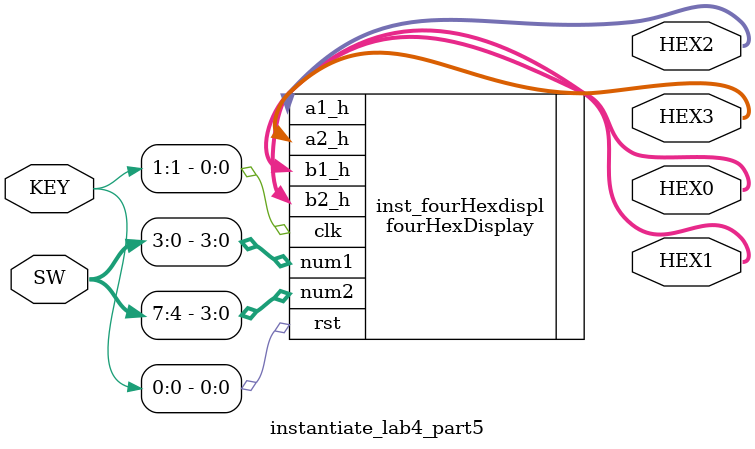
<source format=v>
module instantiate_lab4_part5(SW,HEX0,HEX1,HEX2,HEX3,KEY);

input[9:0] SW;
input[3:0] KEY;
output[6:0] HEX1;
output[6:0] HEX2;
output[6:0] HEX3;
output[6:0] HEX0;

fourHexDisplay inst_fourHexdispl(.num1(SW[3:0]), .num2(SW[7:4]), .clk(KEY[1]), .rst(KEY[0]), .a2_h(HEX3), .a1_h(HEX2), .b2_h(HEX1), .b1_h(HEX0));

endmodule


</source>
